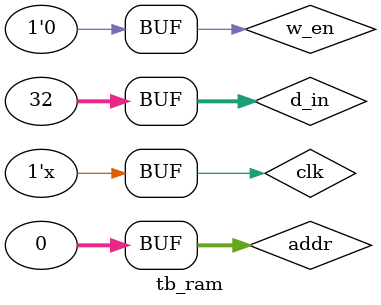
<source format=v>
`timescale 1ns / 1ps


module tb_ram(

    );
    reg clk, w_en;
    reg [31:0] addr, d_in;
    wire [31:0] d_out;
    sys_ram_8k uut(clk, w_en, addr, d_in, d_out);
    
    initial begin
    w_en = 0;
    addr = 0;
    d_in = 32;
    clk = 0;
    #100;
    w_en = 1;
    #10;
    w_en=0;
    
    
    end
    
    always begin
    clk = ~clk;
    #10;
    end
    
    
endmodule

</source>
